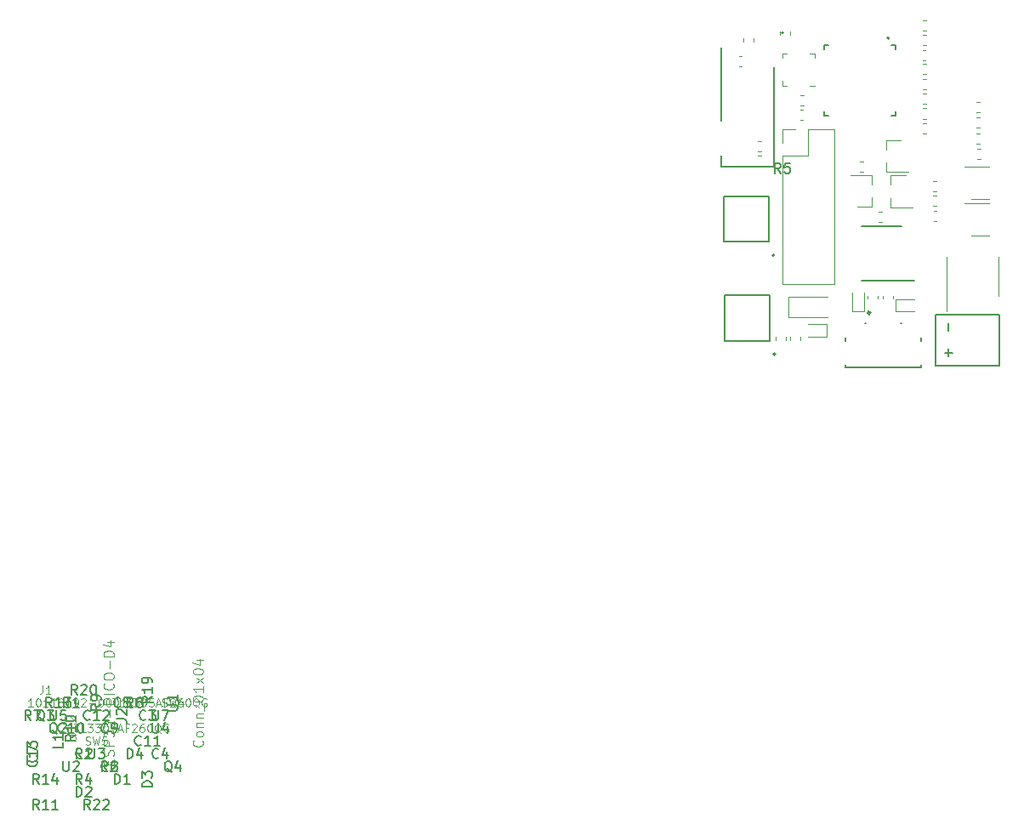
<source format=gbr>
G04 #@! TF.GenerationSoftware,KiCad,Pcbnew,(5.0.1)-3*
G04 #@! TF.CreationDate,2019-12-25T14:02:51-05:00*
G04 #@! TF.ProjectId,SmartWatch,536D61727457617463682E6B69636164,rev?*
G04 #@! TF.SameCoordinates,Original*
G04 #@! TF.FileFunction,Legend,Top*
G04 #@! TF.FilePolarity,Positive*
%FSLAX46Y46*%
G04 Gerber Fmt 4.6, Leading zero omitted, Abs format (unit mm)*
G04 Created by KiCad (PCBNEW (5.0.1)-3) date 12/25/2019 2:02:51 PM*
%MOMM*%
%LPD*%
G01*
G04 APERTURE LIST*
%ADD10C,0.120000*%
%ADD11C,0.127000*%
%ADD12C,0.200000*%
%ADD13C,0.150000*%
%ADD14C,0.300000*%
%ADD15C,0.050000*%
G04 APERTURE END LIST*
D10*
G04 #@! TO.C,C5*
X155280579Y-96141000D02*
X154955021Y-96141000D01*
X155280579Y-95121000D02*
X154955021Y-95121000D01*
G04 #@! TO.C,R11*
X154955021Y-97690400D02*
X155280579Y-97690400D01*
X154955021Y-96670400D02*
X155280579Y-96670400D01*
G04 #@! TO.C,R6*
X155280579Y-99239800D02*
X154955021Y-99239800D01*
X155280579Y-98219800D02*
X154955021Y-98219800D01*
D11*
G04 #@! TO.C,U12*
X146439660Y-89416540D02*
X146879660Y-89416540D01*
X146879660Y-89416540D02*
X146879660Y-89856540D01*
X140219660Y-89416540D02*
X139779660Y-89416540D01*
X139779660Y-89416540D02*
X139779660Y-89856540D01*
X140219660Y-96516540D02*
X139779660Y-96516540D01*
X139779660Y-96516540D02*
X139779660Y-96076540D01*
X146439660Y-96516540D02*
X146879660Y-96516540D01*
X146879660Y-96516540D02*
X146879660Y-96076540D01*
D12*
X146229660Y-88766540D02*
G75*
G03X146229660Y-88766540I-100000J0D01*
G01*
D13*
G04 #@! TO.C,J2*
X157172660Y-116248180D02*
X157172660Y-121328180D01*
X157172660Y-121328180D02*
X150822660Y-121328180D01*
X150822660Y-121328180D02*
X150822660Y-116248180D01*
X150822660Y-116248180D02*
X157172660Y-116248180D01*
D10*
G04 #@! TO.C,C1*
X154972801Y-99756500D02*
X155298359Y-99756500D01*
X154972801Y-100776500D02*
X155298359Y-100776500D01*
G04 #@! TO.C,C13*
X131691920Y-88757541D02*
X131691920Y-89083099D01*
X132711920Y-88757541D02*
X132711920Y-89083099D01*
G04 #@! TO.C,C12*
X131587459Y-91579160D02*
X131261901Y-91579160D01*
X131587459Y-90559160D02*
X131261901Y-90559160D01*
G04 #@! TO.C,C11*
X149888159Y-95753460D02*
X149562601Y-95753460D01*
X149888159Y-96773460D02*
X149562601Y-96773460D01*
G04 #@! TO.C,C9*
X149570221Y-86993000D02*
X149895779Y-86993000D01*
X149570221Y-88013000D02*
X149895779Y-88013000D01*
G04 #@! TO.C,C7*
X137416000Y-118803639D02*
X137416000Y-118478081D01*
X136396000Y-118803639D02*
X136396000Y-118478081D01*
G04 #@! TO.C,C6*
X133164361Y-99052920D02*
X133489919Y-99052920D01*
X133164361Y-100072920D02*
X133489919Y-100072920D01*
G04 #@! TO.C,C4*
X150644641Y-106943620D02*
X150970199Y-106943620D01*
X150644641Y-105923620D02*
X150970199Y-105923620D01*
G04 #@! TO.C,C3*
X150631841Y-104463120D02*
X150957399Y-104463120D01*
X150631841Y-105483120D02*
X150957399Y-105483120D01*
G04 #@! TO.C,C2*
X150639561Y-104025160D02*
X150965119Y-104025160D01*
X150639561Y-103005160D02*
X150965119Y-103005160D01*
G04 #@! TO.C,C10*
X149898219Y-98231420D02*
X149572661Y-98231420D01*
X149898219Y-97211420D02*
X149572661Y-97211420D01*
G04 #@! TO.C,U2*
X135578540Y-113211920D02*
X140778540Y-113211920D01*
X135578540Y-100451920D02*
X135578540Y-113211920D01*
X140778540Y-97851920D02*
X140778540Y-113211920D01*
X135578540Y-100451920D02*
X138178540Y-100451920D01*
X138178540Y-100451920D02*
X138178540Y-97851920D01*
X138178540Y-97851920D02*
X140778540Y-97851920D01*
X135578540Y-99181920D02*
X135578540Y-97851920D01*
X135578540Y-97851920D02*
X136908540Y-97851920D01*
G04 #@! TO.C,D2*
X136217300Y-114519200D02*
X136217300Y-116519200D01*
X136217300Y-116519200D02*
X140067300Y-116519200D01*
X136217300Y-114519200D02*
X140067300Y-114519200D01*
G04 #@! TO.C,D1*
X139999100Y-118458540D02*
X139999100Y-117258540D01*
X138149100Y-118458540D02*
X139999100Y-118458540D01*
X138149100Y-117258540D02*
X139999100Y-117258540D01*
G04 #@! TO.C,D3*
X143759480Y-114084704D02*
X143759480Y-115934704D01*
X142559480Y-114084704D02*
X142559480Y-115934704D01*
X142559480Y-115934704D02*
X143759480Y-115934704D01*
G04 #@! TO.C,D4*
X146914220Y-114749624D02*
X146914220Y-115949624D01*
X148764220Y-114749624D02*
X146914220Y-114749624D01*
X148764220Y-115949624D02*
X146914220Y-115949624D01*
G04 #@! TO.C,L1*
X135380000Y-88427779D02*
X135380000Y-88102221D01*
X136400000Y-88427779D02*
X136400000Y-88102221D01*
G04 #@! TO.C,U1*
X151983760Y-115911040D02*
X151983760Y-110511040D01*
X157103760Y-114411040D02*
X157103760Y-110511040D01*
D13*
G04 #@! TO.C,U3*
X147445480Y-107517820D02*
X143445480Y-107517820D01*
X148720480Y-112917820D02*
X143445480Y-112917820D01*
D10*
G04 #@! TO.C,Q4*
X144511300Y-105565060D02*
X144511300Y-104635060D01*
X144511300Y-102405060D02*
X144511300Y-103335060D01*
X144511300Y-102405060D02*
X142351300Y-102405060D01*
X144511300Y-105565060D02*
X143051300Y-105565060D01*
G04 #@! TO.C,Q2*
X146399980Y-102420300D02*
X147859980Y-102420300D01*
X146399980Y-105580300D02*
X148559980Y-105580300D01*
X146399980Y-105580300D02*
X146399980Y-104650300D01*
X146399980Y-102420300D02*
X146399980Y-103350300D01*
G04 #@! TO.C,Q3*
X145945320Y-98920180D02*
X145945320Y-99850180D01*
X145945320Y-102080180D02*
X145945320Y-101150180D01*
X145945320Y-102080180D02*
X148105320Y-102080180D01*
X145945320Y-98920180D02*
X147405320Y-98920180D01*
G04 #@! TO.C,U4*
X156185260Y-101546980D02*
X153735260Y-101546980D01*
X154385260Y-104766980D02*
X156185260Y-104766980D01*
G04 #@! TO.C,U5*
X154418280Y-108406880D02*
X156218280Y-108406880D01*
X156218280Y-105186880D02*
X153768280Y-105186880D01*
G04 #@! TO.C,R7*
X149552441Y-90934000D02*
X149877999Y-90934000D01*
X149552441Y-89914000D02*
X149877999Y-89914000D01*
G04 #@! TO.C,R22*
X137368061Y-94419960D02*
X137693619Y-94419960D01*
X137368061Y-95439960D02*
X137693619Y-95439960D01*
G04 #@! TO.C,R20*
X149557521Y-89463340D02*
X149883079Y-89463340D01*
X149557521Y-88443340D02*
X149883079Y-88443340D01*
G04 #@! TO.C,R19*
X135925020Y-118478081D02*
X135925020Y-118803639D01*
X134905020Y-118478081D02*
X134905020Y-118803639D01*
G04 #@! TO.C,R14*
X143680399Y-101013800D02*
X143354841Y-101013800D01*
X143680399Y-102033800D02*
X143354841Y-102033800D01*
G04 #@! TO.C,R10*
X146590480Y-114391121D02*
X146590480Y-114716679D01*
X145570480Y-114391121D02*
X145570480Y-114716679D01*
G04 #@! TO.C,R9*
X145112200Y-114716679D02*
X145112200Y-114391121D01*
X144092200Y-114716679D02*
X144092200Y-114391121D01*
G04 #@! TO.C,R8*
X133512779Y-101475000D02*
X133187221Y-101475000D01*
X133512779Y-100455000D02*
X133187221Y-100455000D01*
G04 #@! TO.C,R5*
X149883079Y-91341480D02*
X149557521Y-91341480D01*
X149883079Y-92361480D02*
X149557521Y-92361480D01*
G04 #@! TO.C,R4*
X137360441Y-95865220D02*
X137685999Y-95865220D01*
X137360441Y-96885220D02*
X137685999Y-96885220D01*
G04 #@! TO.C,R1*
X149890799Y-93839760D02*
X149565241Y-93839760D01*
X149890799Y-92819760D02*
X149565241Y-92819760D01*
G04 #@! TO.C,R2*
X149888059Y-94300580D02*
X149562501Y-94300580D01*
X149888059Y-95320580D02*
X149562501Y-95320580D01*
G04 #@! TO.C,R13*
X145186281Y-106032840D02*
X145511839Y-106032840D01*
X145186281Y-107052840D02*
X145511839Y-107052840D01*
D11*
G04 #@! TO.C,J1*
X141870740Y-118544324D02*
X141870740Y-118894324D01*
X149370740Y-118544324D02*
X149370740Y-118894324D01*
X141870740Y-121244324D02*
X141870740Y-121519324D01*
X141870740Y-121519324D02*
X149370740Y-121519324D01*
X149370740Y-121519324D02*
X149370740Y-121244324D01*
X143790740Y-117169324D02*
X143900740Y-117169324D01*
X147340740Y-117169324D02*
X147450740Y-117169324D01*
D14*
X144320740Y-116094324D02*
G75*
G03X144320740Y-116094324I-100000J0D01*
G01*
D11*
G04 #@! TO.C,J3*
X129523657Y-89733197D02*
X129523657Y-96983197D01*
X134753657Y-91668197D02*
X134753657Y-101518197D01*
X134753657Y-101518197D02*
X129523657Y-101518197D01*
X129523657Y-101518197D02*
X129523657Y-100458197D01*
X135710976Y-88218197D02*
G75*
G03X135710976Y-88218197I-87319J0D01*
G01*
D10*
G04 #@! TO.C,U7*
X138317860Y-93502120D02*
X138792860Y-93502120D01*
X135572860Y-90282120D02*
X135572860Y-90757120D01*
X136047860Y-90282120D02*
X135572860Y-90282120D01*
X138792860Y-90282120D02*
X138792860Y-90757120D01*
X138317860Y-90282120D02*
X138792860Y-90282120D01*
X135572860Y-93502120D02*
X135572860Y-93027120D01*
X136047860Y-93502120D02*
X135572860Y-93502120D01*
D11*
G04 #@! TO.C,SW4*
X129764837Y-104533057D02*
X134264837Y-104533057D01*
X129764837Y-104533057D02*
X129764837Y-109033057D01*
X134264837Y-109033057D02*
X129764837Y-109033057D01*
X134264837Y-109033057D02*
X134264837Y-104533057D01*
D12*
X134814837Y-110383057D02*
G75*
G03X134814837Y-110383057I-100000J0D01*
G01*
G04 #@! TO.C,SW5*
X134913897Y-120223017D02*
G75*
G03X134913897Y-120223017I-100000J0D01*
G01*
D11*
X134363897Y-118873017D02*
X134363897Y-114373017D01*
X134363897Y-118873017D02*
X129863897Y-118873017D01*
X129863897Y-114373017D02*
X129863897Y-118873017D01*
X129863897Y-114373017D02*
X134363897Y-114373017D01*
G04 #@! TO.C,C5*
D13*
X69683333Y-155297142D02*
X69635714Y-155344761D01*
X69492857Y-155392380D01*
X69397619Y-155392380D01*
X69254761Y-155344761D01*
X69159523Y-155249523D01*
X69111904Y-155154285D01*
X69064285Y-154963809D01*
X69064285Y-154820952D01*
X69111904Y-154630476D01*
X69159523Y-154535238D01*
X69254761Y-154440000D01*
X69397619Y-154392380D01*
X69492857Y-154392380D01*
X69635714Y-154440000D01*
X69683333Y-154487619D01*
X70588095Y-154392380D02*
X70111904Y-154392380D01*
X70064285Y-154868571D01*
X70111904Y-154820952D01*
X70207142Y-154773333D01*
X70445238Y-154773333D01*
X70540476Y-154820952D01*
X70588095Y-154868571D01*
X70635714Y-154963809D01*
X70635714Y-155201904D01*
X70588095Y-155297142D01*
X70540476Y-155344761D01*
X70445238Y-155392380D01*
X70207142Y-155392380D01*
X70111904Y-155344761D01*
X70064285Y-155297142D01*
G04 #@! TO.C,R11*
X61587142Y-165552380D02*
X61253809Y-165076190D01*
X61015714Y-165552380D02*
X61015714Y-164552380D01*
X61396666Y-164552380D01*
X61491904Y-164600000D01*
X61539523Y-164647619D01*
X61587142Y-164742857D01*
X61587142Y-164885714D01*
X61539523Y-164980952D01*
X61491904Y-165028571D01*
X61396666Y-165076190D01*
X61015714Y-165076190D01*
X62539523Y-165552380D02*
X61968095Y-165552380D01*
X62253809Y-165552380D02*
X62253809Y-164552380D01*
X62158571Y-164695238D01*
X62063333Y-164790476D01*
X61968095Y-164838095D01*
X63491904Y-165552380D02*
X62920476Y-165552380D01*
X63206190Y-165552380D02*
X63206190Y-164552380D01*
X63110952Y-164695238D01*
X63015714Y-164790476D01*
X62920476Y-164838095D01*
G04 #@! TO.C,R6*
X68413333Y-161742380D02*
X68080000Y-161266190D01*
X67841904Y-161742380D02*
X67841904Y-160742380D01*
X68222857Y-160742380D01*
X68318095Y-160790000D01*
X68365714Y-160837619D01*
X68413333Y-160932857D01*
X68413333Y-161075714D01*
X68365714Y-161170952D01*
X68318095Y-161218571D01*
X68222857Y-161266190D01*
X67841904Y-161266190D01*
X69270476Y-160742380D02*
X69080000Y-160742380D01*
X68984761Y-160790000D01*
X68937142Y-160837619D01*
X68841904Y-160980476D01*
X68794285Y-161170952D01*
X68794285Y-161551904D01*
X68841904Y-161647142D01*
X68889523Y-161694761D01*
X68984761Y-161742380D01*
X69175238Y-161742380D01*
X69270476Y-161694761D01*
X69318095Y-161647142D01*
X69365714Y-161551904D01*
X69365714Y-161313809D01*
X69318095Y-161218571D01*
X69270476Y-161170952D01*
X69175238Y-161123333D01*
X68984761Y-161123333D01*
X68889523Y-161170952D01*
X68841904Y-161218571D01*
X68794285Y-161313809D01*
G04 #@! TO.C,U12*
D15*
X64222380Y-158718095D02*
X65031904Y-158718095D01*
X65127142Y-158670476D01*
X65174761Y-158622857D01*
X65222380Y-158527619D01*
X65222380Y-158337142D01*
X65174761Y-158241904D01*
X65127142Y-158194285D01*
X65031904Y-158146666D01*
X64222380Y-158146666D01*
X65222380Y-157146666D02*
X65222380Y-157718095D01*
X65222380Y-157432380D02*
X64222380Y-157432380D01*
X64365238Y-157527619D01*
X64460476Y-157622857D01*
X64508095Y-157718095D01*
X64317619Y-156765714D02*
X64270000Y-156718095D01*
X64222380Y-156622857D01*
X64222380Y-156384761D01*
X64270000Y-156289523D01*
X64317619Y-156241904D01*
X64412857Y-156194285D01*
X64508095Y-156194285D01*
X64650952Y-156241904D01*
X65222380Y-156813333D01*
X65222380Y-156194285D01*
X68508571Y-161059047D02*
X68508571Y-160725714D01*
X69032380Y-160582857D02*
X69032380Y-161059047D01*
X68032380Y-161059047D01*
X68032380Y-160582857D01*
X68984761Y-160201904D02*
X69032380Y-160059047D01*
X69032380Y-159820952D01*
X68984761Y-159725714D01*
X68937142Y-159678095D01*
X68841904Y-159630476D01*
X68746666Y-159630476D01*
X68651428Y-159678095D01*
X68603809Y-159725714D01*
X68556190Y-159820952D01*
X68508571Y-160011428D01*
X68460952Y-160106666D01*
X68413333Y-160154285D01*
X68318095Y-160201904D01*
X68222857Y-160201904D01*
X68127619Y-160154285D01*
X68080000Y-160106666D01*
X68032380Y-160011428D01*
X68032380Y-159773333D01*
X68080000Y-159630476D01*
X69032380Y-159201904D02*
X68032380Y-159201904D01*
X68032380Y-158820952D01*
X68080000Y-158725714D01*
X68127619Y-158678095D01*
X68222857Y-158630476D01*
X68365714Y-158630476D01*
X68460952Y-158678095D01*
X68508571Y-158725714D01*
X68556190Y-158820952D01*
X68556190Y-159201904D01*
X68032380Y-158297142D02*
X68032380Y-157678095D01*
X68413333Y-158011428D01*
X68413333Y-157868571D01*
X68460952Y-157773333D01*
X68508571Y-157725714D01*
X68603809Y-157678095D01*
X68841904Y-157678095D01*
X68937142Y-157725714D01*
X68984761Y-157773333D01*
X69032380Y-157868571D01*
X69032380Y-158154285D01*
X68984761Y-158249523D01*
X68937142Y-158297142D01*
X68127619Y-157297142D02*
X68080000Y-157249523D01*
X68032380Y-157154285D01*
X68032380Y-156916190D01*
X68080000Y-156820952D01*
X68127619Y-156773333D01*
X68222857Y-156725714D01*
X68318095Y-156725714D01*
X68460952Y-156773333D01*
X69032380Y-157344761D01*
X69032380Y-156725714D01*
X68651428Y-156297142D02*
X68651428Y-155535238D01*
X69032380Y-155059047D02*
X68032380Y-155059047D01*
X68032380Y-154678095D01*
X68080000Y-154582857D01*
X68127619Y-154535238D01*
X68222857Y-154487619D01*
X68365714Y-154487619D01*
X68460952Y-154535238D01*
X68508571Y-154582857D01*
X68556190Y-154678095D01*
X68556190Y-155059047D01*
X69032380Y-154059047D02*
X68032380Y-154059047D01*
X68937142Y-153011428D02*
X68984761Y-153059047D01*
X69032380Y-153201904D01*
X69032380Y-153297142D01*
X68984761Y-153440000D01*
X68889523Y-153535238D01*
X68794285Y-153582857D01*
X68603809Y-153630476D01*
X68460952Y-153630476D01*
X68270476Y-153582857D01*
X68175238Y-153535238D01*
X68080000Y-153440000D01*
X68032380Y-153297142D01*
X68032380Y-153201904D01*
X68080000Y-153059047D01*
X68127619Y-153011428D01*
X68032380Y-152392380D02*
X68032380Y-152201904D01*
X68080000Y-152106666D01*
X68175238Y-152011428D01*
X68365714Y-151963809D01*
X68699047Y-151963809D01*
X68889523Y-152011428D01*
X68984761Y-152106666D01*
X69032380Y-152201904D01*
X69032380Y-152392380D01*
X68984761Y-152487619D01*
X68889523Y-152582857D01*
X68699047Y-152630476D01*
X68365714Y-152630476D01*
X68175238Y-152582857D01*
X68080000Y-152487619D01*
X68032380Y-152392380D01*
X68651428Y-151535238D02*
X68651428Y-150773333D01*
X69032380Y-150297142D02*
X68032380Y-150297142D01*
X68032380Y-150059047D01*
X68080000Y-149916190D01*
X68175238Y-149820952D01*
X68270476Y-149773333D01*
X68460952Y-149725714D01*
X68603809Y-149725714D01*
X68794285Y-149773333D01*
X68889523Y-149820952D01*
X68984761Y-149916190D01*
X69032380Y-150059047D01*
X69032380Y-150297142D01*
X68365714Y-148868571D02*
X69032380Y-148868571D01*
X67984761Y-149106666D02*
X68699047Y-149344761D01*
X68699047Y-148725714D01*
G04 #@! TO.C,J2*
D13*
X69302380Y-156543333D02*
X70016666Y-156543333D01*
X70159523Y-156590952D01*
X70254761Y-156686190D01*
X70302380Y-156829047D01*
X70302380Y-156924285D01*
X69397619Y-156114761D02*
X69350000Y-156067142D01*
X69302380Y-155971904D01*
X69302380Y-155733809D01*
X69350000Y-155638571D01*
X69397619Y-155590952D01*
X69492857Y-155543333D01*
X69588095Y-155543333D01*
X69730952Y-155590952D01*
X70302380Y-156162380D01*
X70302380Y-155543333D01*
X152164088Y-117899132D02*
X152164088Y-117137227D01*
X152164088Y-120439132D02*
X152164088Y-119677227D01*
X152545040Y-120058180D02*
X151783136Y-120058180D01*
G04 #@! TO.C,C1*
X65873333Y-160377142D02*
X65825714Y-160424761D01*
X65682857Y-160472380D01*
X65587619Y-160472380D01*
X65444761Y-160424761D01*
X65349523Y-160329523D01*
X65301904Y-160234285D01*
X65254285Y-160043809D01*
X65254285Y-159900952D01*
X65301904Y-159710476D01*
X65349523Y-159615238D01*
X65444761Y-159520000D01*
X65587619Y-159472380D01*
X65682857Y-159472380D01*
X65825714Y-159520000D01*
X65873333Y-159567619D01*
X66825714Y-160472380D02*
X66254285Y-160472380D01*
X66540000Y-160472380D02*
X66540000Y-159472380D01*
X66444761Y-159615238D01*
X66349523Y-159710476D01*
X66254285Y-159758095D01*
G04 #@! TO.C,C13*
X61317142Y-160662857D02*
X61364761Y-160710476D01*
X61412380Y-160853333D01*
X61412380Y-160948571D01*
X61364761Y-161091428D01*
X61269523Y-161186666D01*
X61174285Y-161234285D01*
X60983809Y-161281904D01*
X60840952Y-161281904D01*
X60650476Y-161234285D01*
X60555238Y-161186666D01*
X60460000Y-161091428D01*
X60412380Y-160948571D01*
X60412380Y-160853333D01*
X60460000Y-160710476D01*
X60507619Y-160662857D01*
X61412380Y-159710476D02*
X61412380Y-160281904D01*
X61412380Y-159996190D02*
X60412380Y-159996190D01*
X60555238Y-160091428D01*
X60650476Y-160186666D01*
X60698095Y-160281904D01*
X60412380Y-159377142D02*
X60412380Y-158758095D01*
X60793333Y-159091428D01*
X60793333Y-158948571D01*
X60840952Y-158853333D01*
X60888571Y-158805714D01*
X60983809Y-158758095D01*
X61221904Y-158758095D01*
X61317142Y-158805714D01*
X61364761Y-158853333D01*
X61412380Y-158948571D01*
X61412380Y-159234285D01*
X61364761Y-159329523D01*
X61317142Y-159377142D01*
G04 #@! TO.C,C12*
X66667142Y-156567142D02*
X66619523Y-156614761D01*
X66476666Y-156662380D01*
X66381428Y-156662380D01*
X66238571Y-156614761D01*
X66143333Y-156519523D01*
X66095714Y-156424285D01*
X66048095Y-156233809D01*
X66048095Y-156090952D01*
X66095714Y-155900476D01*
X66143333Y-155805238D01*
X66238571Y-155710000D01*
X66381428Y-155662380D01*
X66476666Y-155662380D01*
X66619523Y-155710000D01*
X66667142Y-155757619D01*
X67619523Y-156662380D02*
X67048095Y-156662380D01*
X67333809Y-156662380D02*
X67333809Y-155662380D01*
X67238571Y-155805238D01*
X67143333Y-155900476D01*
X67048095Y-155948095D01*
X68000476Y-155757619D02*
X68048095Y-155710000D01*
X68143333Y-155662380D01*
X68381428Y-155662380D01*
X68476666Y-155710000D01*
X68524285Y-155757619D01*
X68571904Y-155852857D01*
X68571904Y-155948095D01*
X68524285Y-156090952D01*
X67952857Y-156662380D01*
X68571904Y-156662380D01*
G04 #@! TO.C,C11*
X71747142Y-159107142D02*
X71699523Y-159154761D01*
X71556666Y-159202380D01*
X71461428Y-159202380D01*
X71318571Y-159154761D01*
X71223333Y-159059523D01*
X71175714Y-158964285D01*
X71128095Y-158773809D01*
X71128095Y-158630952D01*
X71175714Y-158440476D01*
X71223333Y-158345238D01*
X71318571Y-158250000D01*
X71461428Y-158202380D01*
X71556666Y-158202380D01*
X71699523Y-158250000D01*
X71747142Y-158297619D01*
X72699523Y-159202380D02*
X72128095Y-159202380D01*
X72413809Y-159202380D02*
X72413809Y-158202380D01*
X72318571Y-158345238D01*
X72223333Y-158440476D01*
X72128095Y-158488095D01*
X73651904Y-159202380D02*
X73080476Y-159202380D01*
X73366190Y-159202380D02*
X73366190Y-158202380D01*
X73270952Y-158345238D01*
X73175714Y-158440476D01*
X73080476Y-158488095D01*
G04 #@! TO.C,C9*
X68413333Y-157837142D02*
X68365714Y-157884761D01*
X68222857Y-157932380D01*
X68127619Y-157932380D01*
X67984761Y-157884761D01*
X67889523Y-157789523D01*
X67841904Y-157694285D01*
X67794285Y-157503809D01*
X67794285Y-157360952D01*
X67841904Y-157170476D01*
X67889523Y-157075238D01*
X67984761Y-156980000D01*
X68127619Y-156932380D01*
X68222857Y-156932380D01*
X68365714Y-156980000D01*
X68413333Y-157027619D01*
X68889523Y-157932380D02*
X69080000Y-157932380D01*
X69175238Y-157884761D01*
X69222857Y-157837142D01*
X69318095Y-157694285D01*
X69365714Y-157503809D01*
X69365714Y-157122857D01*
X69318095Y-157027619D01*
X69270476Y-156980000D01*
X69175238Y-156932380D01*
X68984761Y-156932380D01*
X68889523Y-156980000D01*
X68841904Y-157027619D01*
X68794285Y-157122857D01*
X68794285Y-157360952D01*
X68841904Y-157456190D01*
X68889523Y-157503809D01*
X68984761Y-157551428D01*
X69175238Y-157551428D01*
X69270476Y-157503809D01*
X69318095Y-157456190D01*
X69365714Y-157360952D01*
G04 #@! TO.C,C7*
X61317142Y-160186666D02*
X61364761Y-160234285D01*
X61412380Y-160377142D01*
X61412380Y-160472380D01*
X61364761Y-160615238D01*
X61269523Y-160710476D01*
X61174285Y-160758095D01*
X60983809Y-160805714D01*
X60840952Y-160805714D01*
X60650476Y-160758095D01*
X60555238Y-160710476D01*
X60460000Y-160615238D01*
X60412380Y-160472380D01*
X60412380Y-160377142D01*
X60460000Y-160234285D01*
X60507619Y-160186666D01*
X60412380Y-159853333D02*
X60412380Y-159186666D01*
X61412380Y-159615238D01*
G04 #@! TO.C,C6*
X70953333Y-155297142D02*
X70905714Y-155344761D01*
X70762857Y-155392380D01*
X70667619Y-155392380D01*
X70524761Y-155344761D01*
X70429523Y-155249523D01*
X70381904Y-155154285D01*
X70334285Y-154963809D01*
X70334285Y-154820952D01*
X70381904Y-154630476D01*
X70429523Y-154535238D01*
X70524761Y-154440000D01*
X70667619Y-154392380D01*
X70762857Y-154392380D01*
X70905714Y-154440000D01*
X70953333Y-154487619D01*
X71810476Y-154392380D02*
X71620000Y-154392380D01*
X71524761Y-154440000D01*
X71477142Y-154487619D01*
X71381904Y-154630476D01*
X71334285Y-154820952D01*
X71334285Y-155201904D01*
X71381904Y-155297142D01*
X71429523Y-155344761D01*
X71524761Y-155392380D01*
X71715238Y-155392380D01*
X71810476Y-155344761D01*
X71858095Y-155297142D01*
X71905714Y-155201904D01*
X71905714Y-154963809D01*
X71858095Y-154868571D01*
X71810476Y-154820952D01*
X71715238Y-154773333D01*
X71524761Y-154773333D01*
X71429523Y-154820952D01*
X71381904Y-154868571D01*
X71334285Y-154963809D01*
G04 #@! TO.C,C4*
X73493333Y-160377142D02*
X73445714Y-160424761D01*
X73302857Y-160472380D01*
X73207619Y-160472380D01*
X73064761Y-160424761D01*
X72969523Y-160329523D01*
X72921904Y-160234285D01*
X72874285Y-160043809D01*
X72874285Y-159900952D01*
X72921904Y-159710476D01*
X72969523Y-159615238D01*
X73064761Y-159520000D01*
X73207619Y-159472380D01*
X73302857Y-159472380D01*
X73445714Y-159520000D01*
X73493333Y-159567619D01*
X74350476Y-159805714D02*
X74350476Y-160472380D01*
X74112380Y-159424761D02*
X73874285Y-160139047D01*
X74493333Y-160139047D01*
G04 #@! TO.C,C3*
X72223333Y-156567142D02*
X72175714Y-156614761D01*
X72032857Y-156662380D01*
X71937619Y-156662380D01*
X71794761Y-156614761D01*
X71699523Y-156519523D01*
X71651904Y-156424285D01*
X71604285Y-156233809D01*
X71604285Y-156090952D01*
X71651904Y-155900476D01*
X71699523Y-155805238D01*
X71794761Y-155710000D01*
X71937619Y-155662380D01*
X72032857Y-155662380D01*
X72175714Y-155710000D01*
X72223333Y-155757619D01*
X72556666Y-155662380D02*
X73175714Y-155662380D01*
X72842380Y-156043333D01*
X72985238Y-156043333D01*
X73080476Y-156090952D01*
X73128095Y-156138571D01*
X73175714Y-156233809D01*
X73175714Y-156471904D01*
X73128095Y-156567142D01*
X73080476Y-156614761D01*
X72985238Y-156662380D01*
X72699523Y-156662380D01*
X72604285Y-156614761D01*
X72556666Y-156567142D01*
G04 #@! TO.C,C2*
X68413333Y-161647142D02*
X68365714Y-161694761D01*
X68222857Y-161742380D01*
X68127619Y-161742380D01*
X67984761Y-161694761D01*
X67889523Y-161599523D01*
X67841904Y-161504285D01*
X67794285Y-161313809D01*
X67794285Y-161170952D01*
X67841904Y-160980476D01*
X67889523Y-160885238D01*
X67984761Y-160790000D01*
X68127619Y-160742380D01*
X68222857Y-160742380D01*
X68365714Y-160790000D01*
X68413333Y-160837619D01*
X68794285Y-160837619D02*
X68841904Y-160790000D01*
X68937142Y-160742380D01*
X69175238Y-160742380D01*
X69270476Y-160790000D01*
X69318095Y-160837619D01*
X69365714Y-160932857D01*
X69365714Y-161028095D01*
X69318095Y-161170952D01*
X68746666Y-161742380D01*
X69365714Y-161742380D01*
G04 #@! TO.C,C10*
X64127142Y-157837142D02*
X64079523Y-157884761D01*
X63936666Y-157932380D01*
X63841428Y-157932380D01*
X63698571Y-157884761D01*
X63603333Y-157789523D01*
X63555714Y-157694285D01*
X63508095Y-157503809D01*
X63508095Y-157360952D01*
X63555714Y-157170476D01*
X63603333Y-157075238D01*
X63698571Y-156980000D01*
X63841428Y-156932380D01*
X63936666Y-156932380D01*
X64079523Y-156980000D01*
X64127142Y-157027619D01*
X65079523Y-157932380D02*
X64508095Y-157932380D01*
X64793809Y-157932380D02*
X64793809Y-156932380D01*
X64698571Y-157075238D01*
X64603333Y-157170476D01*
X64508095Y-157218095D01*
X65698571Y-156932380D02*
X65793809Y-156932380D01*
X65889047Y-156980000D01*
X65936666Y-157027619D01*
X65984285Y-157122857D01*
X66031904Y-157313333D01*
X66031904Y-157551428D01*
X65984285Y-157741904D01*
X65936666Y-157837142D01*
X65889047Y-157884761D01*
X65793809Y-157932380D01*
X65698571Y-157932380D01*
X65603333Y-157884761D01*
X65555714Y-157837142D01*
X65508095Y-157741904D01*
X65460476Y-157551428D01*
X65460476Y-157313333D01*
X65508095Y-157122857D01*
X65555714Y-157027619D01*
X65603333Y-156980000D01*
X65698571Y-156932380D01*
G04 #@! TO.C,U2*
X64008095Y-160742380D02*
X64008095Y-161551904D01*
X64055714Y-161647142D01*
X64103333Y-161694761D01*
X64198571Y-161742380D01*
X64389047Y-161742380D01*
X64484285Y-161694761D01*
X64531904Y-161647142D01*
X64579523Y-161551904D01*
X64579523Y-160742380D01*
X65008095Y-160837619D02*
X65055714Y-160790000D01*
X65150952Y-160742380D01*
X65389047Y-160742380D01*
X65484285Y-160790000D01*
X65531904Y-160837619D01*
X65579523Y-160932857D01*
X65579523Y-161028095D01*
X65531904Y-161170952D01*
X64960476Y-161742380D01*
X65579523Y-161742380D01*
G04 #@! TO.C,D2*
X65301904Y-164282380D02*
X65301904Y-163282380D01*
X65540000Y-163282380D01*
X65682857Y-163330000D01*
X65778095Y-163425238D01*
X65825714Y-163520476D01*
X65873333Y-163710952D01*
X65873333Y-163853809D01*
X65825714Y-164044285D01*
X65778095Y-164139523D01*
X65682857Y-164234761D01*
X65540000Y-164282380D01*
X65301904Y-164282380D01*
X66254285Y-163377619D02*
X66301904Y-163330000D01*
X66397142Y-163282380D01*
X66635238Y-163282380D01*
X66730476Y-163330000D01*
X66778095Y-163377619D01*
X66825714Y-163472857D01*
X66825714Y-163568095D01*
X66778095Y-163710952D01*
X66206666Y-164282380D01*
X66825714Y-164282380D01*
G04 #@! TO.C,D1*
X69111904Y-163012380D02*
X69111904Y-162012380D01*
X69350000Y-162012380D01*
X69492857Y-162060000D01*
X69588095Y-162155238D01*
X69635714Y-162250476D01*
X69683333Y-162440952D01*
X69683333Y-162583809D01*
X69635714Y-162774285D01*
X69588095Y-162869523D01*
X69492857Y-162964761D01*
X69350000Y-163012380D01*
X69111904Y-163012380D01*
X70635714Y-163012380D02*
X70064285Y-163012380D01*
X70350000Y-163012380D02*
X70350000Y-162012380D01*
X70254761Y-162155238D01*
X70159523Y-162250476D01*
X70064285Y-162298095D01*
G04 #@! TO.C,D3*
X72842380Y-163298095D02*
X71842380Y-163298095D01*
X71842380Y-163060000D01*
X71890000Y-162917142D01*
X71985238Y-162821904D01*
X72080476Y-162774285D01*
X72270952Y-162726666D01*
X72413809Y-162726666D01*
X72604285Y-162774285D01*
X72699523Y-162821904D01*
X72794761Y-162917142D01*
X72842380Y-163060000D01*
X72842380Y-163298095D01*
X71842380Y-162393333D02*
X71842380Y-161774285D01*
X72223333Y-162107619D01*
X72223333Y-161964761D01*
X72270952Y-161869523D01*
X72318571Y-161821904D01*
X72413809Y-161774285D01*
X72651904Y-161774285D01*
X72747142Y-161821904D01*
X72794761Y-161869523D01*
X72842380Y-161964761D01*
X72842380Y-162250476D01*
X72794761Y-162345714D01*
X72747142Y-162393333D01*
G04 #@! TO.C,D4*
X70381904Y-160472380D02*
X70381904Y-159472380D01*
X70620000Y-159472380D01*
X70762857Y-159520000D01*
X70858095Y-159615238D01*
X70905714Y-159710476D01*
X70953333Y-159900952D01*
X70953333Y-160043809D01*
X70905714Y-160234285D01*
X70858095Y-160329523D01*
X70762857Y-160424761D01*
X70620000Y-160472380D01*
X70381904Y-160472380D01*
X71810476Y-159805714D02*
X71810476Y-160472380D01*
X71572380Y-159424761D02*
X71334285Y-160139047D01*
X71953333Y-160139047D01*
G04 #@! TO.C,L1*
X63952380Y-158916666D02*
X63952380Y-159392857D01*
X62952380Y-159392857D01*
X63952380Y-158059523D02*
X63952380Y-158630952D01*
X63952380Y-158345238D02*
X62952380Y-158345238D01*
X63095238Y-158440476D01*
X63190476Y-158535714D01*
X63238095Y-158630952D01*
G04 #@! TO.C,U1*
X74382380Y-155701904D02*
X75191904Y-155701904D01*
X75287142Y-155654285D01*
X75334761Y-155606666D01*
X75382380Y-155511428D01*
X75382380Y-155320952D01*
X75334761Y-155225714D01*
X75287142Y-155178095D01*
X75191904Y-155130476D01*
X74382380Y-155130476D01*
X75382380Y-154130476D02*
X75382380Y-154701904D01*
X75382380Y-154416190D02*
X74382380Y-154416190D01*
X74525238Y-154511428D01*
X74620476Y-154606666D01*
X74668095Y-154701904D01*
G04 #@! TO.C,U3*
X66548095Y-159472380D02*
X66548095Y-160281904D01*
X66595714Y-160377142D01*
X66643333Y-160424761D01*
X66738571Y-160472380D01*
X66929047Y-160472380D01*
X67024285Y-160424761D01*
X67071904Y-160377142D01*
X67119523Y-160281904D01*
X67119523Y-159472380D01*
X67500476Y-159472380D02*
X68119523Y-159472380D01*
X67786190Y-159853333D01*
X67929047Y-159853333D01*
X68024285Y-159900952D01*
X68071904Y-159948571D01*
X68119523Y-160043809D01*
X68119523Y-160281904D01*
X68071904Y-160377142D01*
X68024285Y-160424761D01*
X67929047Y-160472380D01*
X67643333Y-160472380D01*
X67548095Y-160424761D01*
X67500476Y-160377142D01*
G04 #@! TO.C,Q4*
X74834761Y-161837619D02*
X74739523Y-161790000D01*
X74644285Y-161694761D01*
X74501428Y-161551904D01*
X74406190Y-161504285D01*
X74310952Y-161504285D01*
X74358571Y-161742380D02*
X74263333Y-161694761D01*
X74168095Y-161599523D01*
X74120476Y-161409047D01*
X74120476Y-161075714D01*
X74168095Y-160885238D01*
X74263333Y-160790000D01*
X74358571Y-160742380D01*
X74549047Y-160742380D01*
X74644285Y-160790000D01*
X74739523Y-160885238D01*
X74787142Y-161075714D01*
X74787142Y-161409047D01*
X74739523Y-161599523D01*
X74644285Y-161694761D01*
X74549047Y-161742380D01*
X74358571Y-161742380D01*
X75644285Y-161075714D02*
X75644285Y-161742380D01*
X75406190Y-160694761D02*
X75168095Y-161409047D01*
X75787142Y-161409047D01*
G04 #@! TO.C,Q2*
X63404761Y-158027619D02*
X63309523Y-157980000D01*
X63214285Y-157884761D01*
X63071428Y-157741904D01*
X62976190Y-157694285D01*
X62880952Y-157694285D01*
X62928571Y-157932380D02*
X62833333Y-157884761D01*
X62738095Y-157789523D01*
X62690476Y-157599047D01*
X62690476Y-157265714D01*
X62738095Y-157075238D01*
X62833333Y-156980000D01*
X62928571Y-156932380D01*
X63119047Y-156932380D01*
X63214285Y-156980000D01*
X63309523Y-157075238D01*
X63357142Y-157265714D01*
X63357142Y-157599047D01*
X63309523Y-157789523D01*
X63214285Y-157884761D01*
X63119047Y-157932380D01*
X62928571Y-157932380D01*
X63738095Y-157027619D02*
X63785714Y-156980000D01*
X63880952Y-156932380D01*
X64119047Y-156932380D01*
X64214285Y-156980000D01*
X64261904Y-157027619D01*
X64309523Y-157122857D01*
X64309523Y-157218095D01*
X64261904Y-157360952D01*
X63690476Y-157932380D01*
X64309523Y-157932380D01*
G04 #@! TO.C,Q3*
X62134761Y-156757619D02*
X62039523Y-156710000D01*
X61944285Y-156614761D01*
X61801428Y-156471904D01*
X61706190Y-156424285D01*
X61610952Y-156424285D01*
X61658571Y-156662380D02*
X61563333Y-156614761D01*
X61468095Y-156519523D01*
X61420476Y-156329047D01*
X61420476Y-155995714D01*
X61468095Y-155805238D01*
X61563333Y-155710000D01*
X61658571Y-155662380D01*
X61849047Y-155662380D01*
X61944285Y-155710000D01*
X62039523Y-155805238D01*
X62087142Y-155995714D01*
X62087142Y-156329047D01*
X62039523Y-156519523D01*
X61944285Y-156614761D01*
X61849047Y-156662380D01*
X61658571Y-156662380D01*
X62420476Y-155662380D02*
X63039523Y-155662380D01*
X62706190Y-156043333D01*
X62849047Y-156043333D01*
X62944285Y-156090952D01*
X62991904Y-156138571D01*
X63039523Y-156233809D01*
X63039523Y-156471904D01*
X62991904Y-156567142D01*
X62944285Y-156614761D01*
X62849047Y-156662380D01*
X62563333Y-156662380D01*
X62468095Y-156614761D01*
X62420476Y-156567142D01*
G04 #@! TO.C,U4*
X72898095Y-156932380D02*
X72898095Y-157741904D01*
X72945714Y-157837142D01*
X72993333Y-157884761D01*
X73088571Y-157932380D01*
X73279047Y-157932380D01*
X73374285Y-157884761D01*
X73421904Y-157837142D01*
X73469523Y-157741904D01*
X73469523Y-156932380D01*
X74374285Y-157265714D02*
X74374285Y-157932380D01*
X74136190Y-156884761D02*
X73898095Y-157599047D01*
X74517142Y-157599047D01*
G04 #@! TO.C,U5*
X62738095Y-155662380D02*
X62738095Y-156471904D01*
X62785714Y-156567142D01*
X62833333Y-156614761D01*
X62928571Y-156662380D01*
X63119047Y-156662380D01*
X63214285Y-156614761D01*
X63261904Y-156567142D01*
X63309523Y-156471904D01*
X63309523Y-155662380D01*
X64261904Y-155662380D02*
X63785714Y-155662380D01*
X63738095Y-156138571D01*
X63785714Y-156090952D01*
X63880952Y-156043333D01*
X64119047Y-156043333D01*
X64214285Y-156090952D01*
X64261904Y-156138571D01*
X64309523Y-156233809D01*
X64309523Y-156471904D01*
X64261904Y-156567142D01*
X64214285Y-156614761D01*
X64119047Y-156662380D01*
X63880952Y-156662380D01*
X63785714Y-156614761D01*
X63738095Y-156567142D01*
G04 #@! TO.C,R7*
X60793333Y-156662380D02*
X60460000Y-156186190D01*
X60221904Y-156662380D02*
X60221904Y-155662380D01*
X60602857Y-155662380D01*
X60698095Y-155710000D01*
X60745714Y-155757619D01*
X60793333Y-155852857D01*
X60793333Y-155995714D01*
X60745714Y-156090952D01*
X60698095Y-156138571D01*
X60602857Y-156186190D01*
X60221904Y-156186190D01*
X61126666Y-155662380D02*
X61793333Y-155662380D01*
X61364761Y-156662380D01*
G04 #@! TO.C,R22*
X66667142Y-165552380D02*
X66333809Y-165076190D01*
X66095714Y-165552380D02*
X66095714Y-164552380D01*
X66476666Y-164552380D01*
X66571904Y-164600000D01*
X66619523Y-164647619D01*
X66667142Y-164742857D01*
X66667142Y-164885714D01*
X66619523Y-164980952D01*
X66571904Y-165028571D01*
X66476666Y-165076190D01*
X66095714Y-165076190D01*
X67048095Y-164647619D02*
X67095714Y-164600000D01*
X67190952Y-164552380D01*
X67429047Y-164552380D01*
X67524285Y-164600000D01*
X67571904Y-164647619D01*
X67619523Y-164742857D01*
X67619523Y-164838095D01*
X67571904Y-164980952D01*
X67000476Y-165552380D01*
X67619523Y-165552380D01*
X68000476Y-164647619D02*
X68048095Y-164600000D01*
X68143333Y-164552380D01*
X68381428Y-164552380D01*
X68476666Y-164600000D01*
X68524285Y-164647619D01*
X68571904Y-164742857D01*
X68571904Y-164838095D01*
X68524285Y-164980952D01*
X67952857Y-165552380D01*
X68571904Y-165552380D01*
G04 #@! TO.C,R20*
X65397142Y-154122380D02*
X65063809Y-153646190D01*
X64825714Y-154122380D02*
X64825714Y-153122380D01*
X65206666Y-153122380D01*
X65301904Y-153170000D01*
X65349523Y-153217619D01*
X65397142Y-153312857D01*
X65397142Y-153455714D01*
X65349523Y-153550952D01*
X65301904Y-153598571D01*
X65206666Y-153646190D01*
X64825714Y-153646190D01*
X65778095Y-153217619D02*
X65825714Y-153170000D01*
X65920952Y-153122380D01*
X66159047Y-153122380D01*
X66254285Y-153170000D01*
X66301904Y-153217619D01*
X66349523Y-153312857D01*
X66349523Y-153408095D01*
X66301904Y-153550952D01*
X65730476Y-154122380D01*
X66349523Y-154122380D01*
X66968571Y-153122380D02*
X67063809Y-153122380D01*
X67159047Y-153170000D01*
X67206666Y-153217619D01*
X67254285Y-153312857D01*
X67301904Y-153503333D01*
X67301904Y-153741428D01*
X67254285Y-153931904D01*
X67206666Y-154027142D01*
X67159047Y-154074761D01*
X67063809Y-154122380D01*
X66968571Y-154122380D01*
X66873333Y-154074761D01*
X66825714Y-154027142D01*
X66778095Y-153931904D01*
X66730476Y-153741428D01*
X66730476Y-153503333D01*
X66778095Y-153312857D01*
X66825714Y-153217619D01*
X66873333Y-153170000D01*
X66968571Y-153122380D01*
G04 #@! TO.C,R19*
X72842380Y-154312857D02*
X72366190Y-154646190D01*
X72842380Y-154884285D02*
X71842380Y-154884285D01*
X71842380Y-154503333D01*
X71890000Y-154408095D01*
X71937619Y-154360476D01*
X72032857Y-154312857D01*
X72175714Y-154312857D01*
X72270952Y-154360476D01*
X72318571Y-154408095D01*
X72366190Y-154503333D01*
X72366190Y-154884285D01*
X72842380Y-153360476D02*
X72842380Y-153931904D01*
X72842380Y-153646190D02*
X71842380Y-153646190D01*
X71985238Y-153741428D01*
X72080476Y-153836666D01*
X72128095Y-153931904D01*
X72842380Y-152884285D02*
X72842380Y-152693809D01*
X72794761Y-152598571D01*
X72747142Y-152550952D01*
X72604285Y-152455714D01*
X72413809Y-152408095D01*
X72032857Y-152408095D01*
X71937619Y-152455714D01*
X71890000Y-152503333D01*
X71842380Y-152598571D01*
X71842380Y-152789047D01*
X71890000Y-152884285D01*
X71937619Y-152931904D01*
X72032857Y-152979523D01*
X72270952Y-152979523D01*
X72366190Y-152931904D01*
X72413809Y-152884285D01*
X72461428Y-152789047D01*
X72461428Y-152598571D01*
X72413809Y-152503333D01*
X72366190Y-152455714D01*
X72270952Y-152408095D01*
G04 #@! TO.C,R14*
X61587142Y-163012380D02*
X61253809Y-162536190D01*
X61015714Y-163012380D02*
X61015714Y-162012380D01*
X61396666Y-162012380D01*
X61491904Y-162060000D01*
X61539523Y-162107619D01*
X61587142Y-162202857D01*
X61587142Y-162345714D01*
X61539523Y-162440952D01*
X61491904Y-162488571D01*
X61396666Y-162536190D01*
X61015714Y-162536190D01*
X62539523Y-163012380D02*
X61968095Y-163012380D01*
X62253809Y-163012380D02*
X62253809Y-162012380D01*
X62158571Y-162155238D01*
X62063333Y-162250476D01*
X61968095Y-162298095D01*
X63396666Y-162345714D02*
X63396666Y-163012380D01*
X63158571Y-161964761D02*
X62920476Y-162679047D01*
X63539523Y-162679047D01*
G04 #@! TO.C,R10*
X65222380Y-158122857D02*
X64746190Y-158456190D01*
X65222380Y-158694285D02*
X64222380Y-158694285D01*
X64222380Y-158313333D01*
X64270000Y-158218095D01*
X64317619Y-158170476D01*
X64412857Y-158122857D01*
X64555714Y-158122857D01*
X64650952Y-158170476D01*
X64698571Y-158218095D01*
X64746190Y-158313333D01*
X64746190Y-158694285D01*
X65222380Y-157170476D02*
X65222380Y-157741904D01*
X65222380Y-157456190D02*
X64222380Y-157456190D01*
X64365238Y-157551428D01*
X64460476Y-157646666D01*
X64508095Y-157741904D01*
X64222380Y-156551428D02*
X64222380Y-156456190D01*
X64270000Y-156360952D01*
X64317619Y-156313333D01*
X64412857Y-156265714D01*
X64603333Y-156218095D01*
X64841428Y-156218095D01*
X65031904Y-156265714D01*
X65127142Y-156313333D01*
X65174761Y-156360952D01*
X65222380Y-156456190D01*
X65222380Y-156551428D01*
X65174761Y-156646666D01*
X65127142Y-156694285D01*
X65031904Y-156741904D01*
X64841428Y-156789523D01*
X64603333Y-156789523D01*
X64412857Y-156741904D01*
X64317619Y-156694285D01*
X64270000Y-156646666D01*
X64222380Y-156551428D01*
G04 #@! TO.C,R9*
X67762380Y-155106666D02*
X67286190Y-155440000D01*
X67762380Y-155678095D02*
X66762380Y-155678095D01*
X66762380Y-155297142D01*
X66810000Y-155201904D01*
X66857619Y-155154285D01*
X66952857Y-155106666D01*
X67095714Y-155106666D01*
X67190952Y-155154285D01*
X67238571Y-155201904D01*
X67286190Y-155297142D01*
X67286190Y-155678095D01*
X67762380Y-154630476D02*
X67762380Y-154440000D01*
X67714761Y-154344761D01*
X67667142Y-154297142D01*
X67524285Y-154201904D01*
X67333809Y-154154285D01*
X66952857Y-154154285D01*
X66857619Y-154201904D01*
X66810000Y-154249523D01*
X66762380Y-154344761D01*
X66762380Y-154535238D01*
X66810000Y-154630476D01*
X66857619Y-154678095D01*
X66952857Y-154725714D01*
X67190952Y-154725714D01*
X67286190Y-154678095D01*
X67333809Y-154630476D01*
X67381428Y-154535238D01*
X67381428Y-154344761D01*
X67333809Y-154249523D01*
X67286190Y-154201904D01*
X67190952Y-154154285D01*
G04 #@! TO.C,R8*
X70953333Y-155392380D02*
X70620000Y-154916190D01*
X70381904Y-155392380D02*
X70381904Y-154392380D01*
X70762857Y-154392380D01*
X70858095Y-154440000D01*
X70905714Y-154487619D01*
X70953333Y-154582857D01*
X70953333Y-154725714D01*
X70905714Y-154820952D01*
X70858095Y-154868571D01*
X70762857Y-154916190D01*
X70381904Y-154916190D01*
X71524761Y-154820952D02*
X71429523Y-154773333D01*
X71381904Y-154725714D01*
X71334285Y-154630476D01*
X71334285Y-154582857D01*
X71381904Y-154487619D01*
X71429523Y-154440000D01*
X71524761Y-154392380D01*
X71715238Y-154392380D01*
X71810476Y-154440000D01*
X71858095Y-154487619D01*
X71905714Y-154582857D01*
X71905714Y-154630476D01*
X71858095Y-154725714D01*
X71810476Y-154773333D01*
X71715238Y-154820952D01*
X71524761Y-154820952D01*
X71429523Y-154868571D01*
X71381904Y-154916190D01*
X71334285Y-155011428D01*
X71334285Y-155201904D01*
X71381904Y-155297142D01*
X71429523Y-155344761D01*
X71524761Y-155392380D01*
X71715238Y-155392380D01*
X71810476Y-155344761D01*
X71858095Y-155297142D01*
X71905714Y-155201904D01*
X71905714Y-155011428D01*
X71858095Y-154916190D01*
X71810476Y-154868571D01*
X71715238Y-154820952D01*
G04 #@! TO.C,R5*
X135428693Y-102192080D02*
X135095360Y-101715890D01*
X134857264Y-102192080D02*
X134857264Y-101192080D01*
X135238217Y-101192080D01*
X135333455Y-101239700D01*
X135381074Y-101287319D01*
X135428693Y-101382557D01*
X135428693Y-101525414D01*
X135381074Y-101620652D01*
X135333455Y-101668271D01*
X135238217Y-101715890D01*
X134857264Y-101715890D01*
X136333455Y-101192080D02*
X135857264Y-101192080D01*
X135809645Y-101668271D01*
X135857264Y-101620652D01*
X135952502Y-101573033D01*
X136190598Y-101573033D01*
X136285836Y-101620652D01*
X136333455Y-101668271D01*
X136381074Y-101763509D01*
X136381074Y-102001604D01*
X136333455Y-102096842D01*
X136285836Y-102144461D01*
X136190598Y-102192080D01*
X135952502Y-102192080D01*
X135857264Y-102144461D01*
X135809645Y-102096842D01*
G04 #@! TO.C,R4*
X65873333Y-163012380D02*
X65540000Y-162536190D01*
X65301904Y-163012380D02*
X65301904Y-162012380D01*
X65682857Y-162012380D01*
X65778095Y-162060000D01*
X65825714Y-162107619D01*
X65873333Y-162202857D01*
X65873333Y-162345714D01*
X65825714Y-162440952D01*
X65778095Y-162488571D01*
X65682857Y-162536190D01*
X65301904Y-162536190D01*
X66730476Y-162345714D02*
X66730476Y-163012380D01*
X66492380Y-161964761D02*
X66254285Y-162679047D01*
X66873333Y-162679047D01*
G04 #@! TO.C,R1*
X64603333Y-155392380D02*
X64270000Y-154916190D01*
X64031904Y-155392380D02*
X64031904Y-154392380D01*
X64412857Y-154392380D01*
X64508095Y-154440000D01*
X64555714Y-154487619D01*
X64603333Y-154582857D01*
X64603333Y-154725714D01*
X64555714Y-154820952D01*
X64508095Y-154868571D01*
X64412857Y-154916190D01*
X64031904Y-154916190D01*
X65555714Y-155392380D02*
X64984285Y-155392380D01*
X65270000Y-155392380D02*
X65270000Y-154392380D01*
X65174761Y-154535238D01*
X65079523Y-154630476D01*
X64984285Y-154678095D01*
G04 #@! TO.C,R2*
X65873333Y-160472380D02*
X65540000Y-159996190D01*
X65301904Y-160472380D02*
X65301904Y-159472380D01*
X65682857Y-159472380D01*
X65778095Y-159520000D01*
X65825714Y-159567619D01*
X65873333Y-159662857D01*
X65873333Y-159805714D01*
X65825714Y-159900952D01*
X65778095Y-159948571D01*
X65682857Y-159996190D01*
X65301904Y-159996190D01*
X66254285Y-159567619D02*
X66301904Y-159520000D01*
X66397142Y-159472380D01*
X66635238Y-159472380D01*
X66730476Y-159520000D01*
X66778095Y-159567619D01*
X66825714Y-159662857D01*
X66825714Y-159758095D01*
X66778095Y-159900952D01*
X66206666Y-160472380D01*
X66825714Y-160472380D01*
G04 #@! TO.C,R13*
X62857142Y-155392380D02*
X62523809Y-154916190D01*
X62285714Y-155392380D02*
X62285714Y-154392380D01*
X62666666Y-154392380D01*
X62761904Y-154440000D01*
X62809523Y-154487619D01*
X62857142Y-154582857D01*
X62857142Y-154725714D01*
X62809523Y-154820952D01*
X62761904Y-154868571D01*
X62666666Y-154916190D01*
X62285714Y-154916190D01*
X63809523Y-155392380D02*
X63238095Y-155392380D01*
X63523809Y-155392380D02*
X63523809Y-154392380D01*
X63428571Y-154535238D01*
X63333333Y-154630476D01*
X63238095Y-154678095D01*
X64142857Y-154392380D02*
X64761904Y-154392380D01*
X64428571Y-154773333D01*
X64571428Y-154773333D01*
X64666666Y-154820952D01*
X64714285Y-154868571D01*
X64761904Y-154963809D01*
X64761904Y-155201904D01*
X64714285Y-155297142D01*
X64666666Y-155344761D01*
X64571428Y-155392380D01*
X64285714Y-155392380D01*
X64190476Y-155344761D01*
X64142857Y-155297142D01*
G04 #@! TO.C,J1*
D15*
X61967527Y-153238795D02*
X61967527Y-153801236D01*
X61930031Y-153913724D01*
X61855039Y-153988716D01*
X61742551Y-154026212D01*
X61667559Y-154026212D01*
X62754944Y-154026212D02*
X62304992Y-154026212D01*
X62529968Y-154026212D02*
X62529968Y-153238795D01*
X62454976Y-153351283D01*
X62379984Y-153426275D01*
X62304992Y-153463771D01*
X60996576Y-155296226D02*
X60546605Y-155296226D01*
X60771591Y-155296226D02*
X60771591Y-154508777D01*
X60696596Y-154621270D01*
X60621600Y-154696265D01*
X60546605Y-154733763D01*
X61484045Y-154508777D02*
X61559040Y-154508777D01*
X61634035Y-154546275D01*
X61671532Y-154583773D01*
X61709030Y-154658768D01*
X61746528Y-154808758D01*
X61746528Y-154996246D01*
X61709030Y-155146236D01*
X61671532Y-155221231D01*
X61634035Y-155258729D01*
X61559040Y-155296226D01*
X61484045Y-155296226D01*
X61409049Y-155258729D01*
X61371552Y-155221231D01*
X61334054Y-155146236D01*
X61296557Y-154996246D01*
X61296557Y-154808758D01*
X61334054Y-154658768D01*
X61371552Y-154583773D01*
X61409049Y-154546275D01*
X61484045Y-154508777D01*
X62496479Y-155296226D02*
X62046508Y-155296226D01*
X62271494Y-155296226D02*
X62271494Y-154508777D01*
X62196498Y-154621270D01*
X62121503Y-154696265D01*
X62046508Y-154733763D01*
X63246430Y-155296226D02*
X62796460Y-155296226D01*
X63021445Y-155296226D02*
X63021445Y-154508777D01*
X62946450Y-154621270D01*
X62871455Y-154696265D01*
X62796460Y-154733763D01*
X63696401Y-154846256D02*
X63621406Y-154808758D01*
X63583909Y-154771260D01*
X63546411Y-154696265D01*
X63546411Y-154658768D01*
X63583909Y-154583773D01*
X63621406Y-154546275D01*
X63696401Y-154508777D01*
X63846392Y-154508777D01*
X63921387Y-154546275D01*
X63958884Y-154583773D01*
X63996382Y-154658768D01*
X63996382Y-154696265D01*
X63958884Y-154771260D01*
X63921387Y-154808758D01*
X63846392Y-154846256D01*
X63696401Y-154846256D01*
X63621406Y-154883753D01*
X63583909Y-154921251D01*
X63546411Y-154996246D01*
X63546411Y-155146236D01*
X63583909Y-155221231D01*
X63621406Y-155258729D01*
X63696401Y-155296226D01*
X63846392Y-155296226D01*
X63921387Y-155258729D01*
X63958884Y-155221231D01*
X63996382Y-155146236D01*
X63996382Y-154996246D01*
X63958884Y-154921251D01*
X63921387Y-154883753D01*
X63846392Y-154846256D01*
X64746333Y-155296226D02*
X64296362Y-155296226D01*
X64521348Y-155296226D02*
X64521348Y-154508777D01*
X64446353Y-154621270D01*
X64371358Y-154696265D01*
X64296362Y-154733763D01*
X65121309Y-155296226D02*
X65271299Y-155296226D01*
X65346294Y-155258729D01*
X65383792Y-155221231D01*
X65458787Y-155108739D01*
X65496285Y-154958748D01*
X65496285Y-154658768D01*
X65458787Y-154583773D01*
X65421290Y-154546275D01*
X65346294Y-154508777D01*
X65196304Y-154508777D01*
X65121309Y-154546275D01*
X65083811Y-154583773D01*
X65046314Y-154658768D01*
X65046314Y-154846256D01*
X65083811Y-154921251D01*
X65121309Y-154958748D01*
X65196304Y-154996246D01*
X65346294Y-154996246D01*
X65421290Y-154958748D01*
X65458787Y-154921251D01*
X65496285Y-154846256D01*
X65796265Y-154583773D02*
X65833763Y-154546275D01*
X65908758Y-154508777D01*
X66096246Y-154508777D01*
X66171241Y-154546275D01*
X66208739Y-154583773D01*
X66246236Y-154658768D01*
X66246236Y-154733763D01*
X66208739Y-154846256D01*
X65758768Y-155296226D01*
X66246236Y-155296226D01*
X66583714Y-154996246D02*
X67183675Y-154996246D01*
X67708641Y-154508777D02*
X67783637Y-154508777D01*
X67858632Y-154546275D01*
X67896129Y-154583773D01*
X67933627Y-154658768D01*
X67971124Y-154808758D01*
X67971124Y-154996246D01*
X67933627Y-155146236D01*
X67896129Y-155221231D01*
X67858632Y-155258729D01*
X67783637Y-155296226D01*
X67708641Y-155296226D01*
X67633646Y-155258729D01*
X67596149Y-155221231D01*
X67558651Y-155146236D01*
X67521154Y-154996246D01*
X67521154Y-154808758D01*
X67558651Y-154658768D01*
X67596149Y-154583773D01*
X67633646Y-154546275D01*
X67708641Y-154508777D01*
X68458593Y-154508777D02*
X68533588Y-154508777D01*
X68608583Y-154546275D01*
X68646081Y-154583773D01*
X68683578Y-154658768D01*
X68721076Y-154808758D01*
X68721076Y-154996246D01*
X68683578Y-155146236D01*
X68646081Y-155221231D01*
X68608583Y-155258729D01*
X68533588Y-155296226D01*
X68458593Y-155296226D01*
X68383598Y-155258729D01*
X68346100Y-155221231D01*
X68308603Y-155146236D01*
X68271105Y-154996246D01*
X68271105Y-154808758D01*
X68308603Y-154658768D01*
X68346100Y-154583773D01*
X68383598Y-154546275D01*
X68458593Y-154508777D01*
X69208544Y-154508777D02*
X69283539Y-154508777D01*
X69358535Y-154546275D01*
X69396032Y-154583773D01*
X69433530Y-154658768D01*
X69471027Y-154808758D01*
X69471027Y-154996246D01*
X69433530Y-155146236D01*
X69396032Y-155221231D01*
X69358535Y-155258729D01*
X69283539Y-155296226D01*
X69208544Y-155296226D01*
X69133549Y-155258729D01*
X69096052Y-155221231D01*
X69058554Y-155146236D01*
X69021056Y-154996246D01*
X69021056Y-154808758D01*
X69058554Y-154658768D01*
X69096052Y-154583773D01*
X69133549Y-154546275D01*
X69208544Y-154508777D01*
X70220979Y-155296226D02*
X69771008Y-155296226D01*
X69995993Y-155296226D02*
X69995993Y-154508777D01*
X69920998Y-154621270D01*
X69846003Y-154696265D01*
X69771008Y-154733763D01*
X70933433Y-155296226D02*
X70558457Y-155296226D01*
X70558457Y-154508777D01*
X71458399Y-154883753D02*
X71195916Y-154883753D01*
X71195916Y-155296226D02*
X71195916Y-154508777D01*
X71570891Y-154508777D01*
G04 #@! TO.C,J3*
X68032380Y-157813333D02*
X68746666Y-157813333D01*
X68889523Y-157860952D01*
X68984761Y-157956190D01*
X69032380Y-158099047D01*
X69032380Y-158194285D01*
X68032380Y-157432380D02*
X68032380Y-156813333D01*
X68413333Y-157146666D01*
X68413333Y-157003809D01*
X68460952Y-156908571D01*
X68508571Y-156860952D01*
X68603809Y-156813333D01*
X68841904Y-156813333D01*
X68937142Y-156860952D01*
X68984761Y-156908571D01*
X69032380Y-157003809D01*
X69032380Y-157289523D01*
X68984761Y-157384761D01*
X68937142Y-157432380D01*
X77827142Y-158678095D02*
X77874761Y-158725714D01*
X77922380Y-158868571D01*
X77922380Y-158963809D01*
X77874761Y-159106666D01*
X77779523Y-159201904D01*
X77684285Y-159249523D01*
X77493809Y-159297142D01*
X77350952Y-159297142D01*
X77160476Y-159249523D01*
X77065238Y-159201904D01*
X76970000Y-159106666D01*
X76922380Y-158963809D01*
X76922380Y-158868571D01*
X76970000Y-158725714D01*
X77017619Y-158678095D01*
X77922380Y-158106666D02*
X77874761Y-158201904D01*
X77827142Y-158249523D01*
X77731904Y-158297142D01*
X77446190Y-158297142D01*
X77350952Y-158249523D01*
X77303333Y-158201904D01*
X77255714Y-158106666D01*
X77255714Y-157963809D01*
X77303333Y-157868571D01*
X77350952Y-157820952D01*
X77446190Y-157773333D01*
X77731904Y-157773333D01*
X77827142Y-157820952D01*
X77874761Y-157868571D01*
X77922380Y-157963809D01*
X77922380Y-158106666D01*
X77255714Y-157344761D02*
X77922380Y-157344761D01*
X77350952Y-157344761D02*
X77303333Y-157297142D01*
X77255714Y-157201904D01*
X77255714Y-157059047D01*
X77303333Y-156963809D01*
X77398571Y-156916190D01*
X77922380Y-156916190D01*
X77255714Y-156440000D02*
X77922380Y-156440000D01*
X77350952Y-156440000D02*
X77303333Y-156392380D01*
X77255714Y-156297142D01*
X77255714Y-156154285D01*
X77303333Y-156059047D01*
X77398571Y-156011428D01*
X77922380Y-156011428D01*
X78017619Y-155773333D02*
X78017619Y-155011428D01*
X76922380Y-154582857D02*
X76922380Y-154487619D01*
X76970000Y-154392380D01*
X77017619Y-154344761D01*
X77112857Y-154297142D01*
X77303333Y-154249523D01*
X77541428Y-154249523D01*
X77731904Y-154297142D01*
X77827142Y-154344761D01*
X77874761Y-154392380D01*
X77922380Y-154487619D01*
X77922380Y-154582857D01*
X77874761Y-154678095D01*
X77827142Y-154725714D01*
X77731904Y-154773333D01*
X77541428Y-154820952D01*
X77303333Y-154820952D01*
X77112857Y-154773333D01*
X77017619Y-154725714D01*
X76970000Y-154678095D01*
X76922380Y-154582857D01*
X77922380Y-153297142D02*
X77922380Y-153868571D01*
X77922380Y-153582857D02*
X76922380Y-153582857D01*
X77065238Y-153678095D01*
X77160476Y-153773333D01*
X77208095Y-153868571D01*
X77922380Y-152963809D02*
X77255714Y-152440000D01*
X77255714Y-152963809D02*
X77922380Y-152440000D01*
X76922380Y-151868571D02*
X76922380Y-151773333D01*
X76970000Y-151678095D01*
X77017619Y-151630476D01*
X77112857Y-151582857D01*
X77303333Y-151535238D01*
X77541428Y-151535238D01*
X77731904Y-151582857D01*
X77827142Y-151630476D01*
X77874761Y-151678095D01*
X77922380Y-151773333D01*
X77922380Y-151868571D01*
X77874761Y-151963809D01*
X77827142Y-152011428D01*
X77731904Y-152059047D01*
X77541428Y-152106666D01*
X77303333Y-152106666D01*
X77112857Y-152059047D01*
X77017619Y-152011428D01*
X76970000Y-151963809D01*
X76922380Y-151868571D01*
X77255714Y-150678095D02*
X77922380Y-150678095D01*
X76874761Y-150916190D02*
X77589047Y-151154285D01*
X77589047Y-150535238D01*
G04 #@! TO.C,U7*
D13*
X72898095Y-155662380D02*
X72898095Y-156471904D01*
X72945714Y-156567142D01*
X72993333Y-156614761D01*
X73088571Y-156662380D01*
X73279047Y-156662380D01*
X73374285Y-156614761D01*
X73421904Y-156567142D01*
X73469523Y-156471904D01*
X73469523Y-155662380D01*
X73850476Y-155662380D02*
X74517142Y-155662380D01*
X74088571Y-156662380D01*
G04 #@! TO.C,SW4*
D15*
X73863333Y-155263809D02*
X73977619Y-155301904D01*
X74168095Y-155301904D01*
X74244285Y-155263809D01*
X74282380Y-155225714D01*
X74320476Y-155149523D01*
X74320476Y-155073333D01*
X74282380Y-154997142D01*
X74244285Y-154959047D01*
X74168095Y-154920952D01*
X74015714Y-154882857D01*
X73939523Y-154844761D01*
X73901428Y-154806666D01*
X73863333Y-154730476D01*
X73863333Y-154654285D01*
X73901428Y-154578095D01*
X73939523Y-154540000D01*
X74015714Y-154501904D01*
X74206190Y-154501904D01*
X74320476Y-154540000D01*
X74587142Y-154501904D02*
X74777619Y-155301904D01*
X74930000Y-154730476D01*
X75082380Y-155301904D01*
X75272857Y-154501904D01*
X75920476Y-154768571D02*
X75920476Y-155301904D01*
X75730000Y-154463809D02*
X75539523Y-155035238D01*
X76034761Y-155035238D01*
X68936190Y-154501904D02*
X69393333Y-154501904D01*
X69164761Y-155301904D02*
X69164761Y-154501904D01*
X70040952Y-155301904D02*
X69660000Y-155301904D01*
X69660000Y-154501904D01*
X70231428Y-154501904D02*
X70726666Y-154501904D01*
X70460000Y-154806666D01*
X70574285Y-154806666D01*
X70650476Y-154844761D01*
X70688571Y-154882857D01*
X70726666Y-154959047D01*
X70726666Y-155149523D01*
X70688571Y-155225714D01*
X70650476Y-155263809D01*
X70574285Y-155301904D01*
X70345714Y-155301904D01*
X70269523Y-155263809D01*
X70231428Y-155225714D01*
X70993333Y-154501904D02*
X71488571Y-154501904D01*
X71221904Y-154806666D01*
X71336190Y-154806666D01*
X71412380Y-154844761D01*
X71450476Y-154882857D01*
X71488571Y-154959047D01*
X71488571Y-155149523D01*
X71450476Y-155225714D01*
X71412380Y-155263809D01*
X71336190Y-155301904D01*
X71107619Y-155301904D01*
X71031428Y-155263809D01*
X70993333Y-155225714D01*
X71983809Y-154501904D02*
X72060000Y-154501904D01*
X72136190Y-154540000D01*
X72174285Y-154578095D01*
X72212380Y-154654285D01*
X72250476Y-154806666D01*
X72250476Y-154997142D01*
X72212380Y-155149523D01*
X72174285Y-155225714D01*
X72136190Y-155263809D01*
X72060000Y-155301904D01*
X71983809Y-155301904D01*
X71907619Y-155263809D01*
X71869523Y-155225714D01*
X71831428Y-155149523D01*
X71793333Y-154997142D01*
X71793333Y-154806666D01*
X71831428Y-154654285D01*
X71869523Y-154578095D01*
X71907619Y-154540000D01*
X71983809Y-154501904D01*
X72974285Y-154501904D02*
X72593333Y-154501904D01*
X72555238Y-154882857D01*
X72593333Y-154844761D01*
X72669523Y-154806666D01*
X72860000Y-154806666D01*
X72936190Y-154844761D01*
X72974285Y-154882857D01*
X73012380Y-154959047D01*
X73012380Y-155149523D01*
X72974285Y-155225714D01*
X72936190Y-155263809D01*
X72860000Y-155301904D01*
X72669523Y-155301904D01*
X72593333Y-155263809D01*
X72555238Y-155225714D01*
X73317142Y-155073333D02*
X73698095Y-155073333D01*
X73240952Y-155301904D02*
X73507619Y-154501904D01*
X73774285Y-155301904D01*
X74307619Y-154882857D02*
X74040952Y-154882857D01*
X74040952Y-155301904D02*
X74040952Y-154501904D01*
X74421904Y-154501904D01*
X74688571Y-154578095D02*
X74726666Y-154540000D01*
X74802857Y-154501904D01*
X74993333Y-154501904D01*
X75069523Y-154540000D01*
X75107619Y-154578095D01*
X75145714Y-154654285D01*
X75145714Y-154730476D01*
X75107619Y-154844761D01*
X74650476Y-155301904D01*
X75145714Y-155301904D01*
X75831428Y-154501904D02*
X75679047Y-154501904D01*
X75602857Y-154540000D01*
X75564761Y-154578095D01*
X75488571Y-154692380D01*
X75450476Y-154844761D01*
X75450476Y-155149523D01*
X75488571Y-155225714D01*
X75526666Y-155263809D01*
X75602857Y-155301904D01*
X75755238Y-155301904D01*
X75831428Y-155263809D01*
X75869523Y-155225714D01*
X75907619Y-155149523D01*
X75907619Y-154959047D01*
X75869523Y-154882857D01*
X75831428Y-154844761D01*
X75755238Y-154806666D01*
X75602857Y-154806666D01*
X75526666Y-154844761D01*
X75488571Y-154882857D01*
X75450476Y-154959047D01*
X76402857Y-154501904D02*
X76479047Y-154501904D01*
X76555238Y-154540000D01*
X76593333Y-154578095D01*
X76631428Y-154654285D01*
X76669523Y-154806666D01*
X76669523Y-154997142D01*
X76631428Y-155149523D01*
X76593333Y-155225714D01*
X76555238Y-155263809D01*
X76479047Y-155301904D01*
X76402857Y-155301904D01*
X76326666Y-155263809D01*
X76288571Y-155225714D01*
X76250476Y-155149523D01*
X76212380Y-154997142D01*
X76212380Y-154806666D01*
X76250476Y-154654285D01*
X76288571Y-154578095D01*
X76326666Y-154540000D01*
X76402857Y-154501904D01*
X77545714Y-155378095D02*
X77469523Y-155340000D01*
X77393333Y-155263809D01*
X77279047Y-155149523D01*
X77202857Y-155111428D01*
X77126666Y-155111428D01*
X77164761Y-155301904D02*
X77088571Y-155263809D01*
X77012380Y-155187619D01*
X76974285Y-155035238D01*
X76974285Y-154768571D01*
X77012380Y-154616190D01*
X77088571Y-154540000D01*
X77164761Y-154501904D01*
X77317142Y-154501904D01*
X77393333Y-154540000D01*
X77469523Y-154616190D01*
X77507619Y-154768571D01*
X77507619Y-155035238D01*
X77469523Y-155187619D01*
X77393333Y-155263809D01*
X77317142Y-155301904D01*
X77164761Y-155301904D01*
X78269523Y-154540000D02*
X78193333Y-154501904D01*
X78079047Y-154501904D01*
X77964761Y-154540000D01*
X77888571Y-154616190D01*
X77850476Y-154692380D01*
X77812380Y-154844761D01*
X77812380Y-154959047D01*
X77850476Y-155111428D01*
X77888571Y-155187619D01*
X77964761Y-155263809D01*
X78079047Y-155301904D01*
X78155238Y-155301904D01*
X78269523Y-155263809D01*
X78307619Y-155225714D01*
X78307619Y-154959047D01*
X78155238Y-154959047D01*
G04 #@! TO.C,SW5*
X66243333Y-159073809D02*
X66357619Y-159111904D01*
X66548095Y-159111904D01*
X66624285Y-159073809D01*
X66662380Y-159035714D01*
X66700476Y-158959523D01*
X66700476Y-158883333D01*
X66662380Y-158807142D01*
X66624285Y-158769047D01*
X66548095Y-158730952D01*
X66395714Y-158692857D01*
X66319523Y-158654761D01*
X66281428Y-158616666D01*
X66243333Y-158540476D01*
X66243333Y-158464285D01*
X66281428Y-158388095D01*
X66319523Y-158350000D01*
X66395714Y-158311904D01*
X66586190Y-158311904D01*
X66700476Y-158350000D01*
X66967142Y-158311904D02*
X67157619Y-159111904D01*
X67310000Y-158540476D01*
X67462380Y-159111904D01*
X67652857Y-158311904D01*
X68338571Y-158311904D02*
X67957619Y-158311904D01*
X67919523Y-158692857D01*
X67957619Y-158654761D01*
X68033809Y-158616666D01*
X68224285Y-158616666D01*
X68300476Y-158654761D01*
X68338571Y-158692857D01*
X68376666Y-158769047D01*
X68376666Y-158959523D01*
X68338571Y-159035714D01*
X68300476Y-159073809D01*
X68224285Y-159111904D01*
X68033809Y-159111904D01*
X67957619Y-159073809D01*
X67919523Y-159035714D01*
X65126190Y-157041904D02*
X65583333Y-157041904D01*
X65354761Y-157841904D02*
X65354761Y-157041904D01*
X66230952Y-157841904D02*
X65850000Y-157841904D01*
X65850000Y-157041904D01*
X66421428Y-157041904D02*
X66916666Y-157041904D01*
X66650000Y-157346666D01*
X66764285Y-157346666D01*
X66840476Y-157384761D01*
X66878571Y-157422857D01*
X66916666Y-157499047D01*
X66916666Y-157689523D01*
X66878571Y-157765714D01*
X66840476Y-157803809D01*
X66764285Y-157841904D01*
X66535714Y-157841904D01*
X66459523Y-157803809D01*
X66421428Y-157765714D01*
X67183333Y-157041904D02*
X67678571Y-157041904D01*
X67411904Y-157346666D01*
X67526190Y-157346666D01*
X67602380Y-157384761D01*
X67640476Y-157422857D01*
X67678571Y-157499047D01*
X67678571Y-157689523D01*
X67640476Y-157765714D01*
X67602380Y-157803809D01*
X67526190Y-157841904D01*
X67297619Y-157841904D01*
X67221428Y-157803809D01*
X67183333Y-157765714D01*
X68173809Y-157041904D02*
X68250000Y-157041904D01*
X68326190Y-157080000D01*
X68364285Y-157118095D01*
X68402380Y-157194285D01*
X68440476Y-157346666D01*
X68440476Y-157537142D01*
X68402380Y-157689523D01*
X68364285Y-157765714D01*
X68326190Y-157803809D01*
X68250000Y-157841904D01*
X68173809Y-157841904D01*
X68097619Y-157803809D01*
X68059523Y-157765714D01*
X68021428Y-157689523D01*
X67983333Y-157537142D01*
X67983333Y-157346666D01*
X68021428Y-157194285D01*
X68059523Y-157118095D01*
X68097619Y-157080000D01*
X68173809Y-157041904D01*
X69164285Y-157041904D02*
X68783333Y-157041904D01*
X68745238Y-157422857D01*
X68783333Y-157384761D01*
X68859523Y-157346666D01*
X69050000Y-157346666D01*
X69126190Y-157384761D01*
X69164285Y-157422857D01*
X69202380Y-157499047D01*
X69202380Y-157689523D01*
X69164285Y-157765714D01*
X69126190Y-157803809D01*
X69050000Y-157841904D01*
X68859523Y-157841904D01*
X68783333Y-157803809D01*
X68745238Y-157765714D01*
X69507142Y-157613333D02*
X69888095Y-157613333D01*
X69430952Y-157841904D02*
X69697619Y-157041904D01*
X69964285Y-157841904D01*
X70497619Y-157422857D02*
X70230952Y-157422857D01*
X70230952Y-157841904D02*
X70230952Y-157041904D01*
X70611904Y-157041904D01*
X70878571Y-157118095D02*
X70916666Y-157080000D01*
X70992857Y-157041904D01*
X71183333Y-157041904D01*
X71259523Y-157080000D01*
X71297619Y-157118095D01*
X71335714Y-157194285D01*
X71335714Y-157270476D01*
X71297619Y-157384761D01*
X70840476Y-157841904D01*
X71335714Y-157841904D01*
X72021428Y-157041904D02*
X71869047Y-157041904D01*
X71792857Y-157080000D01*
X71754761Y-157118095D01*
X71678571Y-157232380D01*
X71640476Y-157384761D01*
X71640476Y-157689523D01*
X71678571Y-157765714D01*
X71716666Y-157803809D01*
X71792857Y-157841904D01*
X71945238Y-157841904D01*
X72021428Y-157803809D01*
X72059523Y-157765714D01*
X72097619Y-157689523D01*
X72097619Y-157499047D01*
X72059523Y-157422857D01*
X72021428Y-157384761D01*
X71945238Y-157346666D01*
X71792857Y-157346666D01*
X71716666Y-157384761D01*
X71678571Y-157422857D01*
X71640476Y-157499047D01*
X72592857Y-157041904D02*
X72669047Y-157041904D01*
X72745238Y-157080000D01*
X72783333Y-157118095D01*
X72821428Y-157194285D01*
X72859523Y-157346666D01*
X72859523Y-157537142D01*
X72821428Y-157689523D01*
X72783333Y-157765714D01*
X72745238Y-157803809D01*
X72669047Y-157841904D01*
X72592857Y-157841904D01*
X72516666Y-157803809D01*
X72478571Y-157765714D01*
X72440476Y-157689523D01*
X72402380Y-157537142D01*
X72402380Y-157346666D01*
X72440476Y-157194285D01*
X72478571Y-157118095D01*
X72516666Y-157080000D01*
X72592857Y-157041904D01*
X73735714Y-157918095D02*
X73659523Y-157880000D01*
X73583333Y-157803809D01*
X73469047Y-157689523D01*
X73392857Y-157651428D01*
X73316666Y-157651428D01*
X73354761Y-157841904D02*
X73278571Y-157803809D01*
X73202380Y-157727619D01*
X73164285Y-157575238D01*
X73164285Y-157308571D01*
X73202380Y-157156190D01*
X73278571Y-157080000D01*
X73354761Y-157041904D01*
X73507142Y-157041904D01*
X73583333Y-157080000D01*
X73659523Y-157156190D01*
X73697619Y-157308571D01*
X73697619Y-157575238D01*
X73659523Y-157727619D01*
X73583333Y-157803809D01*
X73507142Y-157841904D01*
X73354761Y-157841904D01*
X74459523Y-157080000D02*
X74383333Y-157041904D01*
X74269047Y-157041904D01*
X74154761Y-157080000D01*
X74078571Y-157156190D01*
X74040476Y-157232380D01*
X74002380Y-157384761D01*
X74002380Y-157499047D01*
X74040476Y-157651428D01*
X74078571Y-157727619D01*
X74154761Y-157803809D01*
X74269047Y-157841904D01*
X74345238Y-157841904D01*
X74459523Y-157803809D01*
X74497619Y-157765714D01*
X74497619Y-157499047D01*
X74345238Y-157499047D01*
G04 #@! TD*
M02*

</source>
